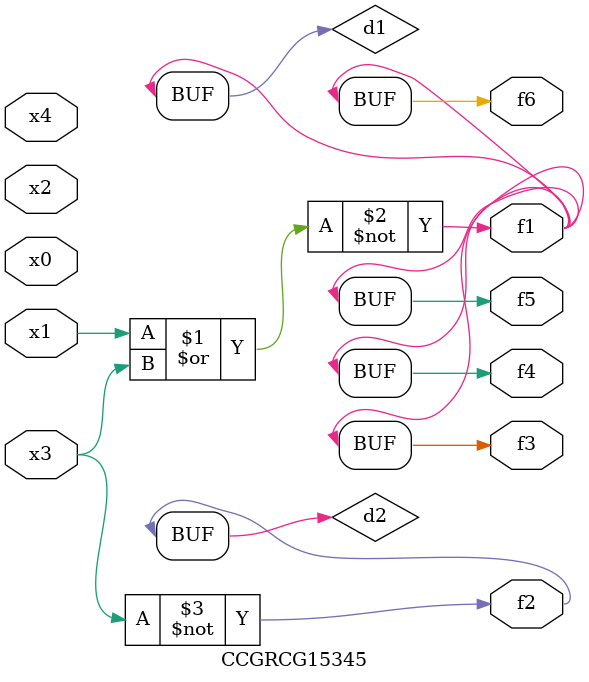
<source format=v>
module CCGRCG15345(
	input x0, x1, x2, x3, x4,
	output f1, f2, f3, f4, f5, f6
);

	wire d1, d2;

	nor (d1, x1, x3);
	not (d2, x3);
	assign f1 = d1;
	assign f2 = d2;
	assign f3 = d1;
	assign f4 = d1;
	assign f5 = d1;
	assign f6 = d1;
endmodule

</source>
